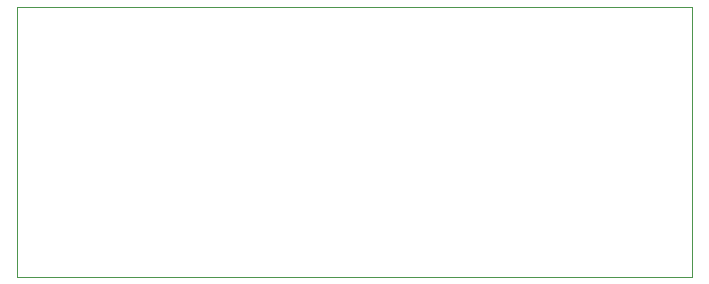
<source format=gbr>
%TF.GenerationSoftware,KiCad,Pcbnew,(6.0.7)*%
%TF.CreationDate,2022-10-03T21:19:44+02:00*%
%TF.ProjectId,RFM9xW_868_PMOD,52464d39-7857-45f3-9836-385f504d4f44,rev?*%
%TF.SameCoordinates,Original*%
%TF.FileFunction,Profile,NP*%
%FSLAX46Y46*%
G04 Gerber Fmt 4.6, Leading zero omitted, Abs format (unit mm)*
G04 Created by KiCad (PCBNEW (6.0.7)) date 2022-10-03 21:19:44*
%MOMM*%
%LPD*%
G01*
G04 APERTURE LIST*
%TA.AperFunction,Profile*%
%ADD10C,0.050000*%
%TD*%
G04 APERTURE END LIST*
D10*
X99060000Y-38100000D02*
X156210000Y-38100000D01*
X156210000Y-38100000D02*
X156210000Y-60960000D01*
X156210000Y-60960000D02*
X99060000Y-60960000D01*
X99060000Y-60960000D02*
X99060000Y-38100000D01*
M02*

</source>
